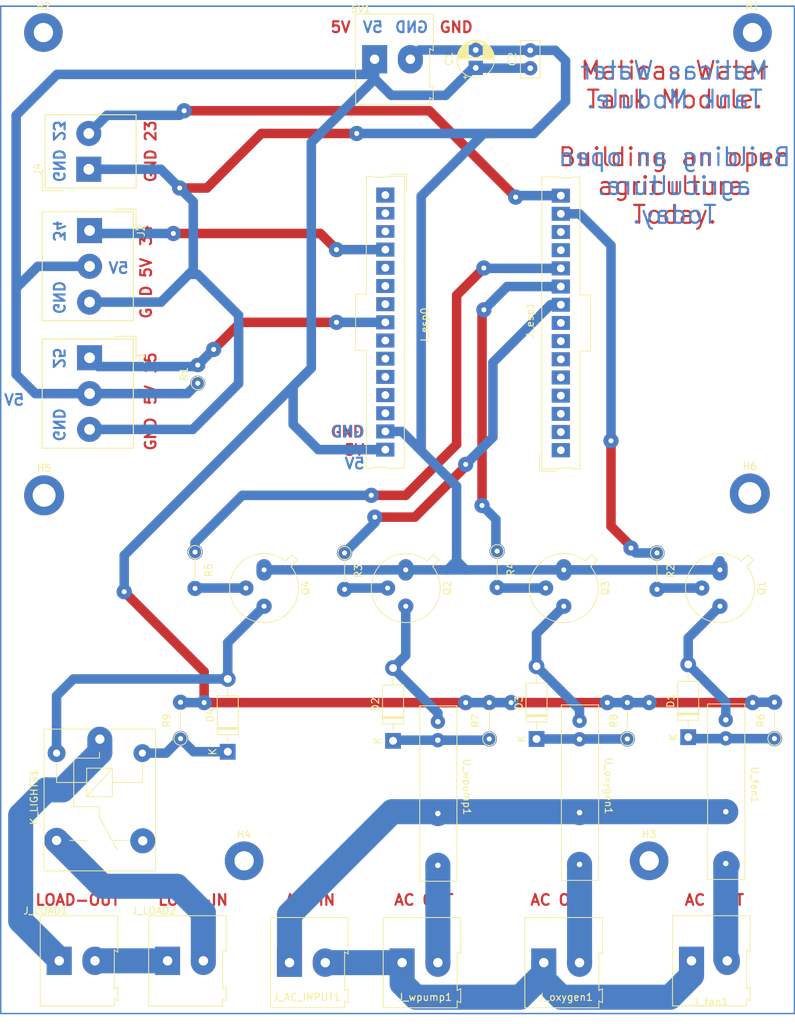
<source format=kicad_pcb>
(kicad_pcb (version 20221018) (generator pcbnew)
  (layers (0 "F.Cu" signal) (31 "B.Cu" signal) (34 "B.Paste" user) (35 "F.Paste" user) (36 "B.SilkS" user "B.Silkscreen") (37 "F.SilkS" user "F.Silkscreen") (38 "B.Mask" user) (39 "F.Mask" user) (44 "Edge.Cuts" user))
  (net 0 "")
  (net 1 "5v")
  (net 2 "GND5V")
  (net 3 "D25")
  (net 4 "D34")
  (net 5 "D33")
  (net 6 "AC1")
  (net 7 "AC2")
  (net 8 "EN")
  (net 9 "VP")
  (net 10 "VN")
  (net 11 "D35")
  (net 12 "D32")
  (net 13 "D26")
  (net 14 "D27")
  (net 15 "D14")
  (net 16 "D12")
  (net 17 "D13")
  (net 18 "3V3")
  (net 19 "GND2")
  (net 20 "D15")
  (net 21 "D2")
  (net 22 "D4")
  (net 23 "RX2")
  (net 24 "TX2")
  (net 25 "D5")
  (net 26 "D18")
  (net 27 "D19")
  (net 28 "D21")
  (net 29 "RX0")
  (net 30 "TX0")
  (net 31 "D22")
  (net 32 "D23")
  (net 33 "Net-(J_fan1-Pin_2)")
  (net 34 "LOAD IN")
  (net 35 "GND LOAD")
  (net 36 "Normally O")
  (net 37 "Net-(J_oxygen1-Pin_2)")
  (net 38 "Net-(J_wpump1-Pin_2)")
  (net 39 "Net-(Q1-B)")
  (net 40 "Net-(Q2-B)")
  (net 41 "Net-(Q3-B)")
  (net 42 "Net-(Q4-B)")
  (net 43 "Net-(D1-K)")
  (net 44 "Net-(D2-K)")
  (net 45 "Net-(D3-K)")
  (net 46 "Net-(D4-K)")
  (net 47 "Net-(D1-A)")
  (net 48 "Net-(D3-A)")
  (net 49 "Net-(D2-A)")
  (net 50 "Net-(D4-A)")
  (net 51 "Normally C")
  (footprint "Resistor_THT:R_Axial_DIN0204_L3.6mm_D1.6mm_P5.08mm_Vertical" (layer "F.Cu") (at 156.21 130.252 90)
    (fp_text reference "R6" (at 2.54 -1.92 90) (layer "F.SilkS"))
    (fp_text value "R")
    (pad "1" thru_hole circle (at 0 0 90) (size 2.125 2.125) (drill 0.7) (layers "*.Cu" "*.Mask") (net 43 "Net-(D1-K)"))
    (pad "2" thru_hole oval (at 5.08 0 90) (size 2.125 2.125) (drill 0.7) (layers "*.Cu" "*.Mask") (net 1 "5v"))
  )
  (footprint "Resistor_THT:R_Axial_DIN0204_L3.6mm_D1.6mm_P2.54mm_Vertical" (layer "F.Cu") (at 75.565 80.6075 90)
    (fp_text reference "R1" (at 1.27 -1.92 90) (layer "F.SilkS"))
    (fp_text value "4.7k")
    (pad "1" thru_hole circle (at 0 0 90) (size 2.1 2.1) (drill 0.7) (layers "*.Cu" "*.Mask") (net 1 "5v"))
    (pad "2" thru_hole oval (at 2.54 0 90) (size 2 2.125) (drill 0.7) (layers "*.Cu" "*.Mask") (net 3 "D25"))
  )
  (footprint "Diode_THT:D_DO-41_SOD81_P10.16mm_Horizontal" (layer "F.Cu") (at 102.87 130.556 90)
    (fp_text reference "D2" (at 5.08 -2.47 90) (layer "F.SilkS"))
    (fp_text value "1N4004")
    (fp_text user "K" (at 0 -2.1 90) (layer "F.SilkS"))
    (pad "1" thru_hole rect (at 0 0 90) (size 2.2 2.2) (drill 1.1) (layers "*.Cu" "*.Mask") (net 44 "Net-(D2-K)"))
    (pad "2" thru_hole oval (at 10.16 0 90) (size 2.2 2.2) (drill 1.1) (layers "*.Cu" "*.Mask") (net 49 "Net-(D2-A)"))
  )
  (footprint "Resistor_THT:R_Axial_DIN0204_L3.6mm_D1.6mm_P5.08mm_Vertical" (layer "F.Cu") (at 139.78 104.317 -90)
    (fp_text reference "R2" (at 2.54 -1.92 90) (layer "F.SilkS"))
    (fp_text value "660")
    (pad "1" thru_hole circle (at 0 0 270) (size 2.125 2.125) (drill 0.7) (layers "*.Cu" "*.Mask") (net 31 "D22"))
    (pad "2" thru_hole oval (at 5.08 0 270) (size 2.125 2.125) (drill 0.7) (layers "*.Cu" "*.Mask") (net 39 "Net-(Q1-B)"))
  )
  (footprint "TerminalBlock:TerminalBlock_Altech_AK300-2_P5.00mm" (layer "F.Cu") (at 144.606 161.29)
    (fp_text reference "J_fan1" (at 2.714 5.715) (layer "F.SilkS"))
    (fp_text value "Screw_Terminal_01x02")
    (pad "1" thru_hole rect (at 0 0) (size 3.5 3.96) (drill 1.32) (layers "*.Cu" "*.Mask") (net 7 "AC2"))
    (pad "2" thru_hole oval (at 5 0) (size 3.5 3.96) (drill 1.32) (layers "*.Cu" "*.Mask") (net 33 "Net-(J_fan1-Pin_2)"))
  )
  (footprint "TerminalBlock:TerminalBlock_Altech_AK300-2_P5.00mm" (layer "F.Cu") (at 100.293 35.352)
    (fp_text reference "5V1" (at -1.92 -6.99) (layer "F.SilkS"))
    (fp_text value "Screw_Terminal_01x02")
    (pad "1" thru_hole rect (at 0 0) (size 3.5 3.96) (drill 1.32) (layers "*.Cu" "*.Mask") (net 1 "5v"))
    (pad "2" thru_hole oval (at 5 0) (size 3.5 3.96) (drill 1.32) (layers "*.Cu" "*.Mask") (net 2 "GND5V"))
  )
  (footprint "Resistor_THT:R_Axial_DIN0204_L3.6mm_D1.6mm_P5.08mm_Vertical" (layer "F.Cu") (at 75.184 104.19 -90)
    (fp_text reference "R5" (at 2.54 -1.92 90) (layer "F.SilkS"))
    (fp_text value "660")
    (pad "1" thru_hole circle (at 0 0 270) (size 2.125 2.125) (drill 0.7) (layers "*.Cu" "*.Mask") (net 28 "D21"))
    (pad "2" thru_hole oval (at 5.08 0 270) (size 2.125 2.125) (drill 0.7) (layers "*.Cu" "*.Mask") (net 42 "Net-(Q4-B)"))
  )
  (footprint "TerminalBlock:TerminalBlock_Altech_AK300-2_P5.00mm" (layer "F.Cu") (at 71.345 161.29)
    (fp_text reference "J_LOAD2" (at -1.92 -6.99) (layer "F.SilkS"))
    (fp_text value "Screw_Terminal_01x02")
    (pad "1" thru_hole rect (at 0 0) (size 3.5 3.96) (drill 1.32) (layers "*.Cu" "*.Mask") (net 35 "GND LOAD"))
    (pad "2" thru_hole oval (at 5 0) (size 3.5 3.96) (drill 1.32) (layers "*.Cu" "*.Mask") (net 36 "Normally O"))
  )
  (footprint "MountingHole:MountingHole_3.2mm_M3_DIN965_Pad" (layer "F.Cu") (at 152.76 96.012)
    (fp_text reference "H6" (at 0 -3.8) (layer "F.SilkS"))
    (fp_text value "MountingHole")
    (pad "1" thru_hole circle (at 0 0) (size 5.6 5.6) (drill 3.2) (layers "*.Cu" "*.Mask"))
  )
  (footprint "TerminalBlock_Altech:Altech_AK300_1x03_P5.00mm_45-Degree" (layer "F.Cu") (at 60.4325 59.2775 -90)
    (fp_text reference "J2" (at 0 -7.2 90) (layer "F.SilkS"))
    (fp_text value "Screw_Terminal_01x03")
    (pad "1" thru_hole rect (at 0 0 270) (size 3.5 3.5) (drill 1.5) (layers "*.Cu" "*.Mask") (net 4 "D34"))
    (pad "2" thru_hole circle (at 5 0 270) (size 3.5 3.5) (drill 1.5) (layers "*.Cu" "*.Mask") (net 1 "5v"))
    (pad "3" thru_hole circle (at 10 0 270) (size 3.5 3.5) (drill 1.5) (layers "*.Cu" "*.Mask") (net 2 "GND5V"))
  )
  (footprint "MountingHole:MountingHole_2.7mm_M2.5_Pad" (layer "F.Cu") (at 53.975 31.623)
    (fp_text reference "H2" (at 0 -3.7) (layer "F.SilkS"))
    (fp_text value "MountingHole")
    (pad "1" thru_hole circle (at 0 0) (size 5.4 5.4) (drill 2.7) (layers "*.Cu" "*.Mask"))
  )
  (footprint "Capacitor_THT:C_Disc_D5.0mm_W2.5mm_P2.50mm" (layer "F.Cu") (at 122.057 36.602 90)
    (fp_text reference "C2" (at 1.25 -2.5 90) (layer "F.SilkS"))
    (fp_text value "C_Generic")
    (pad "1" thru_hole circle (at 0 0 90) (size 2 2) (drill 0.8) (layers "*.Cu" "*.Mask") (net 1 "5v"))
    (pad "2" thru_hole circle (at 2.5 0 90) (size 2 2) (drill 0.8) (layers "*.Cu" "*.Mask") (net 2 "GND5V"))
  )
  (footprint "TerminalBlock_Altech:Altech_AK300_1x03_P5.00mm_45-Degree" (layer "F.Cu") (at 60.4325 77.0575 -90)
    (fp_text reference "J1" (at 0 -7.2 90) (layer "F.SilkS"))
    (fp_text value "Screw_Terminal_01x03")
    (pad "1" thru_hole rect (at 0 0 270) (size 3.5 3.5) (drill 1.5) (layers "*.Cu" "*.Mask") (net 3 "D25"))
    (pad "2" thru_hole circle (at 5 0 270) (size 3.5 3.5) (drill 1.5) (layers "*.Cu" "*.Mask") (net 1 "5v"))
    (pad "3" thru_hole circle (at 10 0 270) (size 3.5 3.5) (drill 1.5) (layers "*.Cu" "*.Mask") (net 2 "GND5V"))
  )
  (footprint "TerminalBlock:TerminalBlock_Altech_AK300-2_P5.00mm" (layer "F.Cu") (at 88.392 161.544)
    (fp_text reference "J_AC_INPUT1" (at 2.413 4.826) (layer "F.SilkS"))
    (fp_text value "Screw_Terminal_01x02")
    (pad "1" thru_hole rect (at 0 0) (size 3.5 3.96) (drill 1.32) (layers "*.Cu" "*.Mask") (net 6 "AC1"))
    (pad "2" thru_hole oval (at 5 0) (size 3.5 3.96) (drill 1.32) (layers "*.Cu" "*.Mask") (net 7 "AC2"))
  )
  (footprint "TerminalBlock:TerminalBlock_Altech_AK300-2_P5.00mm" (layer "F.Cu") (at 56.185 161.29)
    (fp_text reference "J_LOAD1" (at -1.92 -6.99) (layer "F.SilkS"))
    (fp_text value "Screw_Terminal_01x02")
    (pad "1" thru_hole rect (at 0 0) (size 3.5 3.96) (drill 1.32) (layers "*.Cu" "*.Mask") (net 34 "LOAD IN"))
    (pad "2" thru_hole oval (at 5 0) (size 3.5 3.96) (drill 1.32) (layers "*.Cu" "*.Mask") (net 35 "GND LOAD"))
  )
  (footprint "esp32:Connector_Molex_Molex_SL_171971-0015_1x15_P2.54mm_Vertical_squares" (layer "F.Cu") (at 118.1855 71.722 90)
    (fp_text reference "J_esp1" (at -0.06 3.8375 90 unlocked) (layer "F.SilkS"))
    (fp_text value "Conn_01x15_Female")
    (pad "1" thru_hole rect (at -18.24 8.15 90) (size 2 2.54) (drill 1.09) (layers "*.Cu" "*.Mask") (net 18 "3V3"))
    (pad "2" thru_hole rect (at -15.7 8.15 90) (size 1.95 2.54) (drill 1.09) (layers "*.Cu" "*.Mask") (net 19 "GND2"))
    (pad "3" thru_hole rect (at -13.16 8.15 90) (size 1.95 2.54) (drill 1.09) (layers "*.Cu" "*.Mask") (net 20 "D15"))
    (pad "4" thru_hole rect (at -10.62 8.15 90) (size 1.95 2.54) (drill 1.09) (layers "*.Cu" "*.Mask") (net 21 "D2"))
    (pad "5" thru_hole rect (at -8.08 8.15 90) (size 1.95 2.54) (drill 1.09) (layers "*.Cu" "*.Mask") (net 22 "D4"))
    (pad "6" thru_hole rect (at -5.54 8.15 90) (size 1.95 2.54) (drill 1.09) (layers "*.Cu" "*.Mask") (net 23 "RX2"))
    (pad "7" thru_hole rect (at -3 8.15 90) (size 1.95 2.54) (drill 1.09) (layers "*.Cu" "*.Mask") (net 24 "TX2"))
    (pad "8" thru_hole rect (at -0.46 8.15 90) (size 1.95 2.54) (drill 1.09) (layers "*.Cu" "*.Mask") (net 25 "D5"))
    (pad "9" thru_hole rect (at 2.08 8.15 90) (size 1.95 2.54) (drill 1.09) (layers "*.Cu" "*.Mask") (net 26 "D18"))
    (pad "10" thru_hole rect (at 4.62 8.15 90) (size 1.95 2.54) (drill 1.09) (layers "*.Cu" "*.Mask") (net 27 "D19"))
    (pad "11" thru_hole rect (at 7.16 8.15 90) (size 1.95 2.54) (drill 1.09) (layers "*.Cu" "*.Mask") (net 28 "D21"))
    (pad "12" thru_hole rect (at 9.7 8.15 90) (size 1.95 2.54) (drill 1.09) (layers "*.Cu" "*.Mask") (net 29 "RX0"))
    (pad "13" thru_hole rect (at 12.24 8.15 90) (size 1.95 2.54) (drill 1.09) (layers "*.Cu" "*.Mask") (net 30 "TX0"))
    (pad "14" thru_hole rect (at 14.78 8.15 90) (size 1.95 2.54) (drill 1.09) (layers "*.Cu" "*.Mask") (net 31 "D22"))
    (pad "15" thru_hole rect (at 17.32 8.15 90) (size 1.95 2.54) (drill 1.09) (layers "*.Cu" "*.Mask") (net 32 "D23"))
  )
  (footprint "Package_TO_SOT_THT:TO-39-3" (layer "F.Cu") (at 104.648 106.68 -90)
    (fp_text reference "Q2" (at 2.54 -5.82 90) (layer "F.SilkS"))
    (fp_text value "2N2219")
    (pad "1" thru_hole oval (at 0 0 270) (size 3 2.125) (drill 0.7) (layers "*.Cu" "*.Mask") (net 2 "GND5V"))
    (pad "2" thru_hole oval (at 2.54 2.54 270) (size 2.125 2.125) (drill 0.7) (layers "*.Cu" "*.Mask") (net 40 "Net-(Q2-B)"))
    (pad "3" thru_hole oval (at 5.08 0 270) (size 2.125 2.125) (drill 0.7) (layers "*.Cu" "*.Mask") (net 49 "Net-(D2-A)"))
  )
  (footprint "TerminalBlock_Altech:Altech_AK300_1x02_P5.00mm_45-Degree" (layer "F.Cu") (at 60.325 50.72 90)
    (fp_text reference "J4" (at 0 -7.2 90) (layer "F.SilkS"))
    (fp_text value "Screw_Terminal_01x02")
    (pad "1" thru_hole rect (at 0 0 90) (size 3.5 3.5) (drill 1.5) (layers "*.Cu" "*.Mask") (net 2 "GND5V"))
    (pad "2" thru_hole circle (at 5 0 90) (size 3.5 3.5) (drill 1.5) (layers "*.Cu" "*.Mask") (net 32 "D23"))
  )
  (footprint "Diode_THT:D_DO-41_SOD81_P10.16mm_Horizontal" (layer "F.Cu") (at 122.936 130.302 90)
    (fp_text reference "D3" (at 5.08 -2.47 90) (layer "F.SilkS"))
    (fp_text value "1N4004")
    (fp_text user "K" (at 0 -2.1 90) (layer "F.SilkS"))
    (pad "1" thru_hole rect (at 0 0 90) (size 2.2 2.2) (drill 1.1) (layers "*.Cu" "*.Mask") (net 45 "Net-(D3-K)"))
    (pad "2" thru_hole oval (at 10.16 0 90) (size 2.2 2.2) (drill 1.1) (layers "*.Cu" "*.Mask") (net 48 "Net-(D3-A)"))
  )
  (footprint "esp32:Connector_Molex_Molex_SL_171971-0015_1x15_P2.54mm_Vertical_squares" (layer "F.Cu") (at 109.945 72.563 -90)
    (fp_text reference "J_esp0" (at 0 2.6675 90 unlocked) (layer "F.SilkS"))
    (fp_text value "Conn_01x15_Female")
    (pad "1" thru_hole rect (at -18.24 8.15 270) (size 2.1 2.54) (drill 1.09) (layers "*.Cu" "*.Mask") (net 8 "EN"))
    (pad "2" thru_hole rect (at -15.7 8.15 270) (size 1.74 2.54) (drill 1.09) (layers "*.Cu" "*.Mask") (net 9 "VP"))
    (pad "3" thru_hole rect (at -13.16 8.15 270) (size 1.74 2.54) (drill 1.09) (layers "*.Cu" "*.Mask") (net 10 "VN"))
    (pad "4" thru_hole rect (at -10.62 8.15 270) (size 1.95 2.54) (drill 1.09) (layers "*.Cu" "*.Mask") (net 4 "D34"))
    (pad "5" thru_hole rect (at -8.08 8.15 270) (size 1.95 2.54) (drill 1.09) (layers "*.Cu" "*.Mask") (net 11 "D35"))
    (pad "6" thru_hole rect (at -5.54 8.15 270) (size 1.95 2.54) (drill 1.09) (layers "*.Cu" "*.Mask") (net 12 "D32"))
    (pad "7" thru_hole rect (at -3 8.15 270) (size 1.95 2.54) (drill 1.09) (layers "*.Cu" "*.Mask") (net 5 "D33"))
    (pad "8" thru_hole rect (at -0.46 8.15 270) (size 1.95 2.54) (drill 1.09) (layers "*.Cu" "*.Mask") (net 3 "D25"))
    (pad "9" thru_hole rect (at 2.08 8.15 270) (size 1.95 2.54) (drill 1.09) (layers "*.Cu" "*.Mask") (net 13 "D26"))
    (pad "10" thru_hole rect (at 4.62 8.15 270) (size 1.95 2.54) (drill 1.09) (layers "*.Cu" "*.Mask") (net 14 "D27"))
    (pad "11" thru_hole rect (at 7.16 8.15 270) (size 1.95 2.54) (drill 1.09) (layers "*.Cu" "*.Mask") (net 15 "D14"))
    (pad "12" thru_hole rect (at 9.7 8.15 270) (size 1.95 2.54) (drill 1.09) (layers "*.Cu" "*.Mask") (net 16 "D12"))
    (pad "13" thru_hole rect (at 12.24 8.15 270) (size 1.95 2.54) (drill 1.09) (layers "*.Cu" "*.Mask") (net 17 "D13"))
    (pad "14" thru_hole rect (at 14.78 8.15 270) (size 1.95 2.54) (drill 1.09) (layers "*.Cu" "*.Mask") (net 2 "GND5V"))
    (pad "15" thru_hole rect (at 17.32 8.15 270) (size 1.95 2.54) (drill 1.09) (layers "*.Cu" "*.Mask") (net 1 "5v"))
  )
  (footprint "smart_sensor:G3MB-202P" (layer "F.Cu") (at 109.013 136.9695 -90)
    (fp_text reference "U_wpump1" (at 0 -4.191 -90 unlocked) (layer "F.SilkS"))
    (fp_text value "34.81-8240")
    (pad "11" thru_hole circle (at 3.7465 -0.127 270) (size 3.5 3.5) (drill 0.762) (layers "*.Cu" "*.Mask") (net 6 "AC1"))
    (pad "14" thru_hole circle (at 10.9855 -0.127 270) (size 3.5 3.5) (drill 0.762) (layers "*.Cu" "*.Mask") (net 38 "Net-(J_wpump1-Pin_2)"))
    (pad "A1" thru_hole circle (at -6.4995 -0.127 270) (size 2 2) (drill 0.762) (layers "*.Cu" "*.Mask") (net 44 "Net-(D2-K)"))
    (pad "A2" thru_hole circle (at -9.0805 -0.127 270) (size 2 2) (drill 0.762) (layers "*.Cu" "*.Mask") (net 49 "Net-(D2-A)"))
  )
  (footprint "Resistor_THT:R_Axial_DIN0204_L3.6mm_D1.6mm_P5.08mm_Vertical" (layer "F.Cu") (at 96.092 104.317 -90)
    (fp_text reference "R3" (at 2.54 -1.92 90) (layer "F.SilkS"))
    (fp_text value "660")
    (pad "1" thru_hole circle (at 0 0 270) (size 2.125 2.125) (drill 0.7) (layers "*.Cu" "*.Mask") (net 26 "D18"))
    (pad "2" thru_hole oval (at 5.08 0 270) (size 2.125 2.125) (drill 0.7) (layers "*.Cu" "*.Mask") (net 40 "Net-(Q2-B)"))
  )
  (footprint "TerminalBlock:TerminalBlock_Altech_AK300-2_P5.00mm" (layer "F.Cu") (at 123.952 161.544)
    (fp_text reference "J_oxygen1" (at 3.048 4.826) (layer "F.SilkS"))
    (fp_text value "Screw_Terminal_01x02")
    (pad "1" thru_hole rect (at 0 0) (size 3.5 3.96) (drill 1.32) (layers "*.Cu" "*.Mask") (net 7 "AC2"))
    (pad "2" thru_hole oval (at 5 0) (size 3.5 3.96) (drill 1.32) (layers "*.Cu" "*.Mask") (net 37 "Net-(J_oxygen1-Pin_2)"))
  )
  (footprint "MountingHole:MountingHole_2.7mm_M2.5_Pad" (layer "F.Cu") (at 153.135 31.623)
    (fp_text reference "H1" (at 0 -3.7) (layer "F.SilkS"))
    (fp_text value "MountingHole")
    (pad "1" thru_hole circle (at 0 0) (size 5.4 5.4) (drill 2.7) (layers "*.Cu" "*.Mask"))
  )
  (footprint "Package_TO_SOT_THT:TO-39-3" (layer "F.Cu") (at 148.59 106.68 -90)
    (fp_text reference "Q1" (at 2.54 -5.82 90) (layer "F.SilkS"))
    (fp_text value "2N2219")
    (pad "1" thru_hole oval (at 0 0 270) (size 3 2.125) (drill 0.7) (layers "*.Cu" "*.Mask") (net 2 "GND5V"))
    (pad "2" thru_hole oval (at 2.54 2.54 270) (size 2.125 2.125) (drill 0.7) (layers "*.Cu" "*.Mask") (net 39 "Net-(Q1-B)"))
    (pad "3" thru_hole oval (at 5.08 0 270) (size 2.125 2.125) (drill 0.7) (layers "*.Cu" "*.Mask") (net 47 "Net-(D1-A)"))
  )
  (footprint "Diode_THT:D_DO-41_SOD81_P10.16mm_Horizontal" (layer "F.Cu") (at 79.756 132.08 90)
    (fp_text reference "D4" (at 5.08 -2.47 90) (layer "F.SilkS"))
    (fp_text value "1N4004")
    (fp_text user "K" (at 0 -2.1 90) (layer "F.SilkS"))
    (pad "1" thru_hole rect (at 0 0 90) (size 2.2 2.2) (drill 1.1) (layers "*.Cu" "*.Mask") (net 46 "Net-(D4-K)"))
    (pad "2" thru_hole oval (at 10.16 0 90) (size 2.2 2.2) (drill 1.1) (layers "*.Cu" "*.Mask") (net 50 "Net-(D4-A)"))
  )
  (footprint "Diode_THT:D_DO-41_SOD81_P10.16mm_Horizontal" (layer "F.Cu") (at 144.149 130.048 90)
    (fp_text reference "D1" (at 5.08 -2.47 90) (layer "F.SilkS"))
    (fp_text value "1N4004")
    (fp_text user "K" (at 0 -2.1 90) (layer "F.SilkS"))
    (pad "1" thru_hole rect (at 0 0 90) (size 2.2 2.2) (drill 1.1) (layers "*.Cu" "*.Mask") (net 43 "Net-(D1-K)"))
    (pad "2" thru_hole oval (at 10.16 0 90) (size 2.2 2.2) (drill 1.1) (layers "*.Cu" "*.Mask") (net 47 "Net-(D1-A)"))
  )
  (footprint "MountingHole:MountingHole_2.7mm_M2.5_Pad" (layer "F.Cu") (at 138.684 147.32)
    (fp_text reference "H3" (at 0 -3.7) (layer "F.SilkS"))
    (fp_text value "MountingHole")
    (pad "1" thru_hole circle (at 0 0) (size 5.4 5.4) (drill 2.7) (layers "*.Cu" "*.Mask"))
  )
  (footprint "Relay_THT:Relay_SPDT_SANYOU_SRD_Series_Form_C" (layer "F.Cu") (at 61.869 130.326 -90)
    (fp_text reference "K_LIGHTS1" (at 8.1 9.2 90) (layer "F.SilkS"))
    (fp_text value "SANYOU_SRD_Form_C")
    (pad "1" thru_hole circle (at 0 0) (size 3 3) (drill 1.3) (layers "*.Cu" "*.Mask") (net 34 "LOAD IN"))
    (pad "2" thru_hole circle (at 1.95 6.05) (size 2.5 2.5) (drill 1) (layers "*.Cu" "*.Mask") (net 50 "Net-(D4-A)"))
    (pad "3" thru_hole circle (at 14.15 6.05) (size 3.5 3.5) (drill 1.3) (layers "*.Cu" "*.Mask") (net 36 "Normally O"))
    (pad "4" thru_hole circle (at 14.2 -6) (size 3.5 3.5) (drill 1.3) (layers "*.Cu" "*.Mask") (net 51 "Normally C"))
    (pad "5" thru_hole circle (at 1.95 -5.95) (size 2.5 2.5) (drill 1) (layers "*.Cu" "*.Mask") (net 46 "Net-(D4-K)"))
  )
  (footprint "TerminalBlock:TerminalBlock_Altech_AK300-2_P5.00mm" (layer "F.Cu") (at 104.14 161.544)
    (fp_text reference "J_wpump1" (at 3.175 4.826) (layer "F.SilkS"))
    (fp_text value "Screw_Terminal_01x02")
    (pad "1" thru_hole rect (at 0 0) (size 3.5 3.96) (drill 1.32) (layers "*.Cu" "*.Mask") (net 7 "AC2"))
    (pad "2" thru_hole oval (at 5 0) (size 3.5 3.96) (drill 1.32) (layers "*.Cu" "*.Mask") (net 38 "Net-(J_wpump1-Pin_2)"))
  )
  (footprint "Capacitor_THT:CP_Radial_D5.0mm_P2.50mm" (layer "F.Cu") (at 114.437 36.557113 90)
    (fp_text reference "C1" (at 1.25 -3.75 90) (layer "F.SilkS"))
    (fp_text value "C_Polarized")
    (pad "1" thru_hole rect (at 0 0 90) (size 2 2) (drill 0.8) (layers "*.Cu" "*.Mask") (net 1 "5v"))
    (pad "2" thru_hole circle (at 2.5 0 90) (size 2 2) (drill 0.8) (layers "*.Cu" "*.Mask") (net 2 "GND5V"))
  )
  (footprint "Package_TO_SOT_THT:TO-39-3" (layer "F.Cu") (at 126.746 106.68 -90)
    (fp_text reference "Q3" (at 2.54 -5.82 90) (layer "F.SilkS"))
    (fp_text value "2N2219")
    (pad "1" thru_hole oval (at 0 0 270) (size 3 2.125) (drill 0.7) (layers "*.Cu" "*.Mask") (net 2 "GND5V"))
    (pad "2" thru_hole oval (at 2.54 2.54 270) (size 2.125 2.125) (drill 0.7) (layers "*.Cu" "*.Mask") (net 41 "Net-(Q3-B)"))
    (pad "3" thru_hole oval (at 5.08 0 270) (size 2.125 2.125) (drill 0.7) (layers "*.Cu" "*.Mask") (net 48 "Net-(D3-A)"))
  )
  (footprint "MountingHole:MountingHole_2.7mm_M2.5_Pad" (layer "F.Cu") (at 82.042 147.32)
    (fp_text reference "H4" (at 0 -3.7) (layer "F.SilkS"))
    (fp_text value "MountingHole")
    (pad "1" thru_hole circle (at 0 0) (size 5.4 5.4) (drill 2.7) (layers "*.Cu" "*.Mask"))
  )
  (footprint "Resistor_THT:R_Axial_DIN0204_L3.6mm_D1.6mm_P5.08mm_Vertical" (layer "F.Cu") (at 116.332 130.29575 90)
    (fp_text reference "R7" (at 2.54 -1.92 90) (layer "F.SilkS"))
    (fp_text value "R")
    (pad "1" thru_hole circle (at 0 0 90) (size 2.125 2.125) (drill 0.7) (layers "*.Cu" "*.Mask") (net 44 "Net-(D2-K)"))
    (pad "2" thru_hole oval (at 5.08 0 90) (size 2.125 2.125) (drill 0.7) (layers "*.Cu" "*.Mask") (net 1 "5v"))
  )
  (footprint "smart_sensor:G3MB-202P" (layer "F.Cu") (at 128.825 136.8425 -90)
    (fp_text reference "U_oxygen1" (at 0 -4.191 -90 unlocked) (layer "F.SilkS"))
    (fp_text value "34.81-8240")
    (pad "11" thru_hole circle (at 3.7465 -0.127 270) (size 3.5 3.5) (drill 0.762) (layers "*.Cu" "*.Mask") (net 6 "AC1"))
    (pad "14" thru_hole circle (at 10.9855 -0.127 270) (size 3.5 3.5) (drill 0.762) (layers "*.Cu" "*.Mask") (net 37 "Net-(J_oxygen1-Pin_2)"))
    (pad "A1" thru_hole circle (at -6.4995 -0.127 270) (size 2 2) (drill 0.762) (layers "*.Cu" "*.Mask") (net 45 "Net-(D3-K)"))
    (pad "A2" thru_hole circle (at -9.0805 -0.127 270) (size 2 2) (drill 0.762) (layers "*.Cu" "*.Mask") (net 48 "Net-(D3-A)"))
  )
  (footprint "Resistor_THT:R_Axial_DIN0204_L3.6mm_D1.6mm_P5.08mm_Vertical" (layer "F.Cu") (at 117.428 104.063 -90)
    (fp_text reference "R4" (at 2.54 -1.92 90) (layer "F.SilkS"))
    (fp_text value "660")
    (pad "1" thru_hole circle (at 0 0 270) (size 2.125 2.125) (drill 0.7) (layers "*.Cu" "*.Mask") (net 27 "D19"))
    (pad "2" thru_hole oval (at 5.08 0 270) (size 2.125 2.125) (drill 0.7) (layers "*.Cu" "*.Mask") (net 41 "Net-(Q3-B)"))
  )
  (footprint "Resistor_THT:R_Axial_DIN0204_L3.6mm_D1.6mm_P5.08mm_Vertical" (layer "F.Cu") (at 73.152 130.252 90)
    (fp_text reference "R9" (at 2.54 -1.92 90) (layer "F.SilkS"))
    (fp_text value "R")
    (pad "1" thru_hole circle (at 0 0 90) (size 2.125 2.125) (drill 0.7) (layers "*.Cu" "*.Mask") (net 46 "Net-(D4-K)"))
    (pad "2" thru_hole oval (at 5.08 0 90) (size 2.125 2.125) (drill 0.7) (layers "*.Cu" "*.Mask") (net 1 "5v"))
  )
  (footprint "Package_TO_SOT_THT:TO-39-3" (layer "F.Cu") (at 84.836 106.68 -90)
    (fp_text reference "Q4" (at 2.54 -5.82 90) (layer "F.SilkS"))
    (fp_text value "2N2219")
    (pad "1" thru_hole oval (at 0 0 270) (size 3 2.125) (drill 0.7) (layers "*.Cu" "*.Mask") (net 2 "GND5V"))
    (pad "2" thru_hole oval (at 2.54 2.54 270) (size 2.125 2.125) (drill 0.7) (layers "*.Cu" "*.Mask") (net 42 "Net-(Q4-B)"))
    (pad "3" thru_hole oval (at 5.08 0 270) (size 2.125 2.125) (drill 0.7) (layers "*.Cu" "*.Mask") (net 50 "Net-(D4-A)"))
  )
  (footprint "MountingHole:MountingHole_3.2mm_M3_DIN965_Pad" (layer "F.Cu") (at 54.075 96.266)
    (fp_text reference "H5" (at 0 -3.8) (layer "F.SilkS"))
    (fp_text value "MountingHole")
    (pad "1" thru_hole circle (at 0 0) (size 5.6 5.6) (drill 3.2) (layers "*.Cu" "*.Mask"))
  )
  (footprint "smart_sensor:G3MB-202P" (layer "F.Cu") (at 149.276 136.7155 -90)
    (fp_text reference "U_fan1" (at 0 -4.191 -90 unlocked) (layer "F.SilkS"))
    (fp_text value "34.81-8240")
    (pad "11" thru_hole circle (at 3.7465 -0.127 270) (size 3.5 3.5) (drill 0.762) (layers "*.Cu" "*.Mask") (net 6 "AC1"))
    (pad "14" thru_hole circle (at 10.9855 -0.127 270) (size 3.5 3.5) (drill 0.762) (layers "*.Cu" "*.Mask") (net 33 "Net-(J_fan1-Pin_2)"))
    (pad "A1" thru_hole circle (at -6.4995 -0.127 270) (size 2 2) (drill 0.762) (layers "*.Cu" "*.Mask") (net 43 "Net-(D1-K)"))
    (pad "A2" thru_hole circle (at -9.0805 -0.127 270) (size 2 2) (drill 0.762) (layers "*.Cu" "*.Mask") (net 47 "Net-(D1-A)"))
  )
  (footprint "Resistor_THT:R_Axial_DIN0204_L3.6mm_D1.6mm_P5.08mm_Vertical" (layer "F.Cu") (at 135.636 130.29575 90)
    (fp_text reference "R8" (at 2.54 -1.92 90) (layer "F.SilkS"))
    (fp_text value "R")
    (pad "1" thru_hole circle (at 0 0 90) (size 2.125 2.125) (drill 0.7) (layers "*.Cu" "*.Mask") (net 45 "Net-(D3-K)"))
    (pad "2" thru_hole oval (at 5.08 0 90) (size 2.125 2.125) (drill 0.7) (layers "*.Cu" "*.Mask") (net 1 "5v"))
  )
  (gr_rect (start 48.006 27.94) (end 159.004 168.656) (stroke (width 0.2)) (fill none) (layer "B.Cu"))
  (gr_text "34" (at 69.215 61.595 90) (layer "F.Cu") (effects (font (size 1.5 1.5) (thickness 0.3) bold) (justify left bottom)))
  (gr_text "Maticas Water\nTank Module.\n\nBuilding an open\nagriculture.\nToday." (at 142.24 46.99) (layer "F.Cu") (effects (font (size 2.5 2.5) (thickness 0.3) bold)))
  (gr_text "5V" (at 95.885 90.805) (layer "F.Cu") (effects (font (size 1.5 1.5) (thickness 0.3) bold) (justify left bottom)))
  (gr_text "AC OUT" (at 143.51 153.67) (layer "F.Cu") (effects (font (size 1.5 1.5) (thickness 0.3) bold) (justify left bottom)))
  (gr_text "5V" (at 93.98 31.75) (layer "F.Cu") (effects (font (size 1.5 1.5) (thickness 0.3) bold) (justify left bottom)))
  (gr_text "23" (at 69.85 46.99 90) (layer "F.Cu") (effects (font (size 1.5 1.5) (thickness 0.3) bold) (justify left bottom)))
  (gr_text "AC-IN" (at 87.63 153.67) (layer "F.Cu") (effects (font (size 1.5 1.5) (thickness 0.3) bold) (justify left bottom)))
  (gr_text "GND" (at 109.22 31.75) (layer "F.Cu") (effects (font (size 1.5 1.5) (thickness 0.3) bold) (justify left bottom)))
  (gr_text "AC OUT" (at 121.92 153.67) (layer "F.Cu") (effects (font (size 1.5 1.5) (thickness 0.3) bold) (justify left bottom)))
  (gr_text "GND" (at 69.85 52.705 90) (layer "F.Cu") (effects (font (size 1.5 1.5) (thickness 0.3) bold) (justify left bottom)))
  (gr_text "5V" (at 69.85 83.82 90) (layer "F.Cu") (effects (font (size 1.5 1.5) (thickness 0.3) bold) (justify left bottom)))
  (gr_text "5V" (at 69.215 66.04 90) (layer "F.Cu") (effects (font (size 1.5 1.5) (thickness 0.3) bold) (justify left bottom)))
  (gr_text "LOAD-IN" (at 69.85 153.67) (layer "F.Cu") (effects (font (size 1.5 1.5) (thickness 0.3) bold) (justify left bottom)))
  (gr_text "GND" (at 93.98 88.265) (layer "F.Cu") (effects (font (size 1.5 1.5) (thickness 0.3) bold) (justify left bottom)))
  (gr_text "AC OUT" (at 102.87 153.67) (layer "F.Cu") (effects (font (size 1.5 1.5) (thickness 0.3) bold) (justify left bottom)))
  (gr_text "LOAD-OUT" (at 52.705 153.67) (layer "F.Cu") (effects (font (size 1.5 1.5) (thickness 0.3) bold) (justify left bottom)))
  (gr_text "25" (at 69.85 79.375 90) (layer "F.Cu") (effects (font (size 1.5 1.5) (thickness 0.3) bold) (justify left bottom)))
  (gr_text "GND" (at 69.85 90.17 90) (layer "F.Cu") (effects (font (size 1.5 1.5) (thickness 0.3) bold) (justify left bottom)))
  (gr_text "GND" (at 69.215 71.755 90) (layer "F.Cu") (effects (font (size 1.5 1.5) (thickness 0.3) bold) (justify left bottom)))
  (gr_text "Maticas Water\nTank Module.\n\nBuilding an open\nagriculture.\nToday." (at 142.24 46.99) (layer "B.Cu") (effects (font (size 2.5 2.5) (thickness 0.3) bold) (justify mirror)))
  (gr_text "5V" (at 99.06 92.71) (layer "B.Cu") (effects (font (size 1.5 1.5) (thickness 0.3) bold) (justify left bottom mirror)))
  (gr_text "GND" (at 55.245 71.12 -90) (layer "B.Cu") (effects (font (size 1.5 1.5) (thickness 0.3) bold) (justify left bottom mirror)))
  (gr_text "GND" (at 107.95 31.75) (layer "B.Cu") (effects (font (size 1.5 1.5) (thickness 0.3) bold) (justify left bottom mirror)))
  (gr_text "25" (at 55.245 78.74 -90) (layer "B.Cu") (effects (font (size 1.5 1.5) (thickness 0.3) bold) (justify left bottom mirror)))
  (gr_text "5V" (at 51.435 83.82) (layer "B.Cu") (effects (font (size 1.5 1.5) (thickness 0.3) bold) (justify left bottom mirror)))
  (gr_text "GND" (at 55.245 88.9 -90) (layer "B.Cu") (effects (font (size 1.5 1.5) (thickness 0.3) bold) (justify left bottom mirror)))
  (gr_text "34" (at 55.245 60.96 -90) (layer "B.Cu") (effects (font (size 1.5 1.5) (thickness 0.3) bold) (justify left bottom mirror)))
  (gr_text "GND" (at 55.245 52.705 -90) (layer "B.Cu") (effects (font (size 1.5 1.5) (thickness 0.3) bold) (justify left bottom mirror)))
  (gr_text "5V" (at 101.6 31.75) (layer "B.Cu") (effects (font (size 1.5 1.5) (thickness 0.3) bold) (justify left bottom mirror)))
  (gr_text "5V" (at 66.04 65.405) (layer "B.Cu") (effects (font (size 1.5 1.5) (thickness 0.3) bold) (justify left bottom mirror)))
  (gr_text "23" (at 55.245 46.99 -90) (layer "B.Cu") (effects (font (size 1.5 1.5) (thickness 0.3) bold) (justify left bottom mirror)))
  (gr_text "GND" (at 99.06 88.265) (layer "B.Cu") (effects (font (size 1.5 1.5) (thickness 0.3) bold) (justify left bottom mirror)))
  (segment (start 132.842 125.222) (end 119.38 125.222) (width 1.33) (layer "F.Cu") (net 1))
  (segment (start 65.278 109.728) (end 76.454 120.904) (width 1.33) (layer "F.Cu") (net 1))
  (segment (start 153.162 125.222) (end 138.684 125.222) (width 1.33) (layer "F.Cu") (net 1))
  (segment (start 76.454 120.904) (end 76.454 125.222) (width 1.33) (layer "F.Cu") (net 1))
  (segment (start 113.03 125.222) (end 76.454 125.222) (width 1.33) (layer "F.Cu") (net 1))
  (via (at 119.38 125.222) (size 2.125) (drill 0.7) (layers "F.Cu" "B.Cu") (net 1))
  (via (at 138.684 125.222) (size 2.125) (drill 0.7) (layers "F.Cu" "B.Cu") (net 1))
  (via (at 65.278 109.728) (size 2.125) (drill 0.7) (layers "F.Cu" "B.Cu") (net 1))
  (via (at 132.842 125.222) (size 2.125) (drill 0.7) (layers "F.Cu" "B.Cu") (net 1))
  (via (at 76.454 125.222) (size 2.125) (drill 0.7) (layers "F.Cu" "B.Cu") (net 1))
  (via (at 113.03 125.222) (size 2.125) (drill 0.7) (layers "F.Cu" "B.Cu") (net 1))
  (via (at 153.162 125.222) (size 2.125) (drill 0.7) (layers "F.Cu" "B.Cu") (net 1))
  (segment (start 53.1975 64.2775) (end 60.4325 64.2775) (width 1.33) (layer "B.Cu") (net 1))
  (segment (start 114.064887 36.557113) (end 110.236 40.386) (width 1.33) (layer "B.Cu") (net 1))
  (segment (start 60.575 81.915) (end 60.4325 82.0575) (width 1.33) (layer "B.Cu") (net 1))
  (segment (start 50.165 67.31) (end 53.1975 64.2775) (width 1.33) (layer "B.Cu") (net 1))
  (segment (start 88.9 81.026) (end 88.9 86.36) (width 1.33) (layer "B.Cu") (net 1))
  (segment (start 50.165 79.375) (end 50.165 67.31) (width 1.33) (layer "B.Cu") (net 1))
  (segment (start 133.096 125.222) (end 138.684 125.222) (width 1.33) (layer "B.Cu") (net 1))
  (segment (start 110.236 40.386) (end 102.616 40.386) (width 1.33) (layer "B.Cu") (net 1))
  (segment (start 74.115 82.0575) (end 75.565 80.6075) (width 1.33) (layer "B.Cu") (net 1))
  (segment (start 91.44 78.486) (end 88.9 81.026) (width 1.33) (layer "B.Cu") (net 1))
  (segment (start 60.4325 82.0575) (end 52.8475 82.0575) (width 1.33) (layer "B.Cu") (net 1))
  (segment (start 153.212 125.172) (end 153.162 125.222) (width 1.33) (layer "B.Cu") (net 1))
  (segment (start 102.616 40.386) (end 100.293 38.063) (width 1.33) (layer "B.Cu") (net 1))
  (segment (start 114.481887 36.602) (end 114.437 36.557113) (width 1.33) (layer "B.Cu") (net 1))
  (segment (start 119.38 125.222) (end 119.33 125.172) (width 1.33) (layer "B.Cu") (net 1))
  (segment (start 55.88 37.465) (end 99.621 37.465) (width 1.33) (layer "B.Cu") (net 1))
  (segment (start 52.8475 82.0575) (end 50.165 79.375) (width 1.33) (layer "B.Cu") (net 1))
  (segment (start 76.454 125.222) (end 73.202 125.222) (width 1.33) (layer "B.Cu") (net 1))
  (segment (start 73.202 125.222) (end 73.152 125.172) (width 1.33) (layer "B.Cu") (net 1))
  (segment (start 65.278 109.728) (end 65.278 104.648) (width 1.33) (layer "B.Cu") (net 1))
  (segment (start 119.38 125.222) (end 113.03 125.222) (width 1.33) (layer "B.Cu") (net 1))
  (segment (start 122.285 36.83) (end 122.057 36.602) (width 1.33) (layer "B.Cu") (net 1))
  (segment (start 156.21 125.172) (end 153.212 125.172) (width 1.33) (layer "B.Cu") (net 1))
  (segment (start 99.621 37.465) (end 100.293 38.137) (width 1.33) (layer "B.Cu") (net 1))
  (segment (start 100.293 38.137) (end 100.293 35.352) (width 1.33) (layer "B.Cu") (net 1))
  (segment (start 88.9 86.36) (end 92.423 89.883) (width 1.33) (layer "B.Cu") (net 1))
  (segment (start 92.423 89.883) (end 101.795 89.883) (width 1.33) (layer "B.Cu") (net 1))
  (segment (start 50.165 43.18) (end 55.88 37.465) (width 1.33) (layer "B.Cu") (net 1))
  (segment (start 114.437 36.557113) (end 114.064887 36.557113) (width 1.33) (layer "B.Cu") (net 1))
  (segment (start 60.4325 82.0575) (end 74.115 82.0575) (width 1.33) (layer "B.Cu") (net 1))
  (segment (start 133.146 125.172) (end 133.096 125.222) (width 1.33) (layer "B.Cu") (net 1))
  (segment (start 91.44 46.99) (end 100.293 38.137) (width 1.33) (layer "B.Cu") (net 1))
  (segment (start 122.057 36.602) (end 114.481887 36.602) (width 1.33) (layer "B.Cu") (net 1))
  (segment (start 65.278 104.648) (end 91.44 78.486) (width 1.33) (layer "B.Cu") (net 1))
  (segment (start 100.293 38.063) (end 100.293 35.352) (width 1.33) (layer "B.Cu") (net 1))
  (segment (start 50.165 67.31) (end 50.165 43.18) (width 1.33) (layer "B.Cu") (net 1))
  (segment (start 91.44 78.486) (end 91.44 46.99) (width 1.33) (layer "B.Cu") (net 1))
  (segment (start 76.835 53.34) (end 73.025 53.34) (width 1.33) (layer "F.Cu") (net 2))
  (segment (start 97.79 45.72) (end 84.455 45.72) (width 1.33) (layer "F.Cu") (net 2))
  (segment (start 84.455 45.72) (end 76.835 53.34) (width 1.33) (layer "F.Cu") (net 2))
  (via (at 73.025 53.34) (size 2.125) (drill 0.7) (layers "F.Cu" "B.Cu") (net 2))
  (via (at 97.79 45.72) (size 2.125) (drill 0.7) (layers "F.Cu" "B.Cu") (net 2))
  (segment (start 110.49 106.68) (end 84.836 106.68) (width 1.33) (layer "B.Cu") (net 2))
  (segment (start 106.807 90.043) (end 106.807 54.483) (width 1.33) (layer "B.Cu") (net 2))
  (segment (start 106.807 54.483) (end 115.57 45.72) (width 1.33) (layer "B.Cu") (net 2))
  (segment (start 114.481887 34.102) (end 114.437 34.057113) (width 1.33) (layer "B.Cu") (net 2))
  (segment (start 113.03 106.68) (end 110.49 106.68) (width 1.33) (layer "B.Cu") (net 2))
  (segment (start 122.057 34.102) (end 114.481887 34.102) (width 1.33) (layer "B.Cu") (net 2))
  (segment (start 74.93 64.77) (end 74.93 55.245) (width 1.33) (layer "B.Cu") (net 2))
  (segment (start 60.4325 87.0575) (end 74.8675 87.0575) (width 1.33) (layer "B.Cu") (net 2))
  (segment (start 70.405 50.72) (end 60.325 50.72) (width 1.33) (layer "B.Cu") (net 2))
  (segment (start 75.565 65.405) (end 74.295 65.405) (width 1.33) (layer "B.Cu") (net 2))
  (segment (start 81.28 71.12) (end 75.565 65.405) (width 1.33) (layer "B.Cu") (net 2))
  (segment (start 148.59 106.68) (end 148.59 105.41) (width 1.33) (layer "B.Cu") (net 2))
  (segment (start 111.76 94.996) (end 111.76 105.41) (width 1.33) (layer "B.Cu") (net 2))
  (segment (start 127 35.56) (end 127 41.275) (width 1.33) (layer "B.Cu") (net 2))
  (segment (start 74.93 55.245) (end 73.025 53.34) (width 1.33) (layer "B.Cu") (net 2))
  (segment (start 104.107 87.343) (end 101.795 87.343) (width 1.33) (layer "B.Cu") (net 2))
  (segment (start 74.8675 87.0575) (end 81.28 80.645) (width 1.33) (layer "B.Cu") (net 2))
  (segment (start 73.025 53.34) (end 70.405 50.72) (width 1.33) (layer "B.Cu") (net 2))
  (segment (start 70.4225 69.2775) (end 73.025 66.675) (width 1.33) (layer "B.Cu") (net 2))
  (segment (start 113.03 106.68) (end 111.76 105.41) (width 1.33) (layer "B.Cu") (net 2))
  (segment (start 115.57 45.72) (end 116.205 45.72) (width 1.33) (layer "B.Cu") (net 2))
  (segment (start 106.807 90.043) (end 104.107 87.343) (width 1.33) (layer "B.Cu") (net 2))
  (segment (start 105.293 35.352) (end 106.587887 34.057113) (width 1.33) (layer "B.Cu") (net 2))
  (segment (start 111.76 94.996) (end 106.807 90.043) (width 1.33) (layer "B.Cu") (net 2))
  (segment (start 122.555 45.72) (end 116.205 45.72) (width 1.33) (layer "B.Cu") (net 2))
  (segment (start 127 41.275) (end 122.555 45.72) (width 1.33) (layer "B.Cu") (net 2))
  (segment (start 111.76 105.41) (end 110.49 106.68) (width 1.33) (layer "B.Cu") (net 2))
  (segment (start 148.59 106.68) (end 113.03 106.68) (width 1.33) (layer "B.Cu") (net 2))
  (segment (start 81.28 80.645) (end 81.28 71.12) (width 1.33) (layer "B.Cu") (net 2))
  (segment (start 73.025 66.675) (end 74.295 65.405) (width 1.33) (layer "B.Cu") (net 2))
  (segment (start 60.4325 69.2775) (end 70.4225 69.2775) (width 1.33) (layer "B.Cu") (net 2))
  (segment (start 116.205 45.72) (end 97.79 45.72) (width 1.33) (layer "B.Cu") (net 2))
  (segment (start 125.542 34.102) (end 127 35.56) (width 1.33) (layer "B.Cu") (net 2))
  (segment (start 106.587887 34.057113) (end 114.437 34.057113) (width 1.33) (layer "B.Cu") (net 2))
  (segment (start 74.295 65.405) (end 74.93 64.77) (width 1.33) (layer "B.Cu") (net 2))
  (segment (start 122.057 34.102) (end 125.542 34.102) (width 1.33) (layer "B.Cu") (net 2))
  (segment (start 77.7875 75.8825) (end 81.567 72.103) (width 1.33) (layer "F.Cu") (net 3))
  (segment (start 81.567 72.103) (end 94.963 72.103) (width 1.33) (layer "F.Cu") (net 3))
  (via (at 94.963 72.103) (size 2.125) (drill 0.7) (layers "F.Cu" "B.Cu") (net 3))
  (via (at 77.7875 75.8825) (size 2.125) (drill 0.7) (layers "F.Cu" "B.Cu") (net 3))
  (segment (start 75.565 78.0675) (end 75.355 78.2775) (width 1.33) (layer "B.Cu") (net 3))
  (segment (start 77.7875 75.8825) (end 77.75 75.8825) (width 1.33) (layer "B.Cu") (net 3))
  (segment (start 61.6525 78.2775) (end 60.4325 77.0575) (width 1.33) (layer "B.Cu") (net 3))
  (segment (start 77.75 75.8825) (end 75.565 78.0675) (width 1.33) (layer "B.Cu") (net 3))
  (segment (start 101.795 72.103) (end 94.963 72.103) (width 1.33) (layer "B.Cu") (net 3))
  (segment (start 75.355 78.2775) (end 61.6525 78.2775) (width 1.33) (layer "B.Cu") (net 3))
  (segment (start 72.147003 59.69) (end 92.71 59.69) (width 1.33) (layer "F.Cu") (net 4))
  (segment (start 92.71 59.69) (end 94.963 61.943) (width 1.33) (layer "F.Cu") (net 4))
  (via (at 72.147003 59.69) (size 2.125) (drill 0.7) (layers "F.Cu" "B.Cu") (net 4))
  (via (at 94.963 61.943) (size 2.125) (drill 0.7) (layers "F.Cu" "B.Cu") (net 4))
  (segment (start 101.828 61.976) (end 101.795 61.943) (width 1.33) (layer "B.Cu") (net 4))
  (segment (start 60.845 59.69) (end 60.4325 59.2775) (width 1.33) (layer "B.Cu") (net 4))
  (segment (start 72.147003 59.69) (end 60.845 59.69) (width 1.33) (layer "B.Cu") (net 4))
  (segment (start 94.963 61.943) (end 101.795 61.943) (width 1.33) (layer "B.Cu") (net 4))
  (segment (start 88.392 154.813) (end 88.392 161.544) (width 3.5) (layer "B.Cu") (net 6))
  (segment (start 149.403 140.462) (end 102.743 140.462) (width 3.5) (layer "B.Cu") (net 6))
  (segment (start 102.743 140.462) (end 88.392 154.813) (width 3.5) (layer "B.Cu") (net 6))
  (segment (start 123.952 163.068) (end 120.65 166.37) (width 3.5) (layer "B.Cu") (net 7))
  (segment (start 123.952 161.544) (end 123.952 163.957) (width 3.5) (layer "B.Cu") (net 7))
  (segment (start 123.952 161.544) (end 123.952 163.068) (width 3.5) (layer "B.Cu") (net 7))
  (segment (start 144.606 163.369) (end 144.606 161.29) (width 3.5) (layer "B.Cu") (net 7))
  (segment (start 123.952 163.957) (end 126.365 166.37) (width 3.5) (layer "B.Cu") (net 7))
  (segment (start 141.605 166.37) (end 144.606 163.369) (width 3.5) (layer "B.Cu") (net 7))
  (segment (start 120.65 166.37) (end 106.045 166.37) (width 3.5) (layer "B.Cu") (net 7))
  (segment (start 126.365 166.37) (end 141.605 166.37) (width 3.5) (layer "B.Cu") (net 7))
  (segment (start 104.14 164.465) (end 104.14 161.544) (width 3.5) (layer "B.Cu") (net 7))
  (segment (start 93.392 161.544) (end 104.14 161.544) (width 3.5) (layer "B.Cu") (net 7))
  (segment (start 106.045 166.37) (end 104.14 164.465) (width 3.5) (layer "B.Cu") (net 7))
  (segment (start 100.33 99.314) (end 105.918 99.314) (width 1.33) (layer "F.Cu") (net 26))
  (segment (start 105.918 99.314) (end 113.03 92.202) (width 1.33) (layer "F.Cu") (net 26))
  (segment (start 113.03 92.202) (end 113.03 91.948) (width 1.33) (layer "F.Cu") (net 26))
  (via (at 100.33 99.314) (size 2.125) (drill 0.7) (layers "F.Cu" "B.Cu") (net 26))
  (via (at 113.03 91.948) (size 2.125) (drill 0.7) (layers "F.Cu" "B.Cu") (net 26))
  (segment (start 100.33 100.079) (end 96.092 104.317) (width 1.33) (layer "B.Cu") (net 26))
  (segment (start 116.84 77.7025) (end 124.9005 69.642) (width 1.33) (layer "B.Cu") (net 26))
  (segment (start 100.33 99.314) (end 100.33 100.079) (width 1.33) (layer "B.Cu") (net 26))
  (segment (start 116.84 88.138) (end 116.84 77.7025) (width 1.33) (layer "B.Cu") (net 26))
  (segment (start 113.03 91.948) (end 116.84 88.138) (width 1.33) (layer "B.Cu") (net 26))
  (segment (start 124.9005 69.642) (end 126.3355 69.642) (width 1.33) (layer "B.Cu") (net 26))
  (segment (start 115.316 97.685) (end 115.316 70.612) (width 1.33) (layer "F.Cu") (net 27))
  (segment (start 115.316 70.612) (end 115.57 70.358) (width 1.33) (layer "F.Cu") (net 27))
  (via (at 115.57 70.358) (size 2.125) (drill 0.7) (layers "F.Cu" "B.Cu") (net 27))
  (via (at 115.316 97.685) (size 2.125) (drill 0.7) (layers "F.Cu" "B.Cu") (net 27))
  (segment (start 115.57 70.358) (end 118.826 67.102) (width 1.33) (layer "B.Cu") (net 27))
  (segment (start 117.251 99.62) (end 117.251 103.886) (width 1.33) (layer "B.Cu") (net 27))
  (segment (start 115.316 97.685) (end 117.251 99.62) (width 1.33) (layer "B.Cu") (net 27))
  (segment (start 118.826 67.102) (end 126.3355 67.102) (width 1.33) (layer "B.Cu") (net 27))
  (segment (start 117.251 103.886) (end 117.428 104.063) (width 1.33) (layer "B.Cu") (net 27))
  (segment (start 111.76 89.154) (end 111.76 68.326) (width 1.33) (layer "F.Cu") (net 28))
  (segment (start 111.76 68.326) (end 115.57 64.516) (width 1.33) (layer "F.Cu") (net 28))
  (segment (start 104.648 96.266) (end 111.76 89.154) (width 1.33) (layer "F.Cu") (net 28))
  (segment (start 99.822 96.266) (end 104.648 96.266) (width 1.33) (layer "F.Cu") (net 28))
  (via (at 99.822 96.266) (size 2.125) (drill 0.7) (layers "F.Cu" "B.Cu") (net 28))
  (via (at 115.57 64.516) (size 2.125) (drill 0.7) (layers "F.Cu" "B.Cu") (net 28))
  (segment (start 115.57 64.516) (end 115.616 64.562) (width 1.33) (layer "B.Cu") (net 28))
  (segment (start 75.184 102.87) (end 75.184 104.19) (width 1.33) (layer "B.Cu") (net 28))
  (segment (start 115.616 64.562) (end 126.3355 64.562) (width 1.33) (layer "B.Cu") (net 28))
  (segment (start 99.822 96.266) (end 81.788 96.266) (width 1.33) (layer "B.Cu") (net 28))
  (segment (start 81.788 96.266) (end 75.184 102.87) (width 1.33) (layer "B.Cu") (net 28))
  (segment (start 136.144 103.632) (end 136.398 103.632) (width 1.33) (layer "F.Cu") (net 31))
  (segment (start 133.35 88.646) (end 133.35 100.584) (width 1.33) (layer "F.Cu") (net 31))
  (segment (start 136.398 103.632) (end 136.398 103.632) (width 1.33) (layer "F.Cu") (net 31))
  (segment (start 136.144 103.378) (end 136.144 103.632) (width 1.33) (layer "F.Cu") (net 31))
  (segment (start 133.35 100.584) (end 136.144 103.378) (width 1.33) (layer "F.Cu") (net 31))
  (via (at 133.35 88.646) (size 2.125) (drill 0.7) (layers "F.Cu" "B.Cu") (net 31))
  (via (at 136.144 103.632) (size 2.125) (drill 0.7) (layers "F.Cu" "B.Cu") (net 31))
  (segment (start 128.9355 56.942) (end 126.3355 56.942) (width 1.33) (layer "B.Cu") (net 31))
  (segment (start 133.35 61.3565) (end 128.9355 56.942) (width 1.33) (layer "B.Cu") (net 31))
  (segment (start 136.829 104.317) (end 136.144 103.632) (width 1.33) (layer "B.Cu") (net 31))
  (segment (start 139.78 104.317) (end 136.829 104.317) (width 1.33) (layer "B.Cu") (net 31))
  (segment (start 133.35 88.646) (end 133.35 61.3565) (width 1.33) (layer "B.Cu") (net 31))
  (segment (start 107.95 42.545) (end 120.015 54.61) (width 1.33) (layer "F.Cu") (net 32))
  (segment (start 73.66 42.545) (end 107.95 42.545) (width 1.33) (layer "F.Cu") (net 32))
  (via (at 120.015 54.61) (size 2.125) (drill 0.7) (layers "F.Cu" "B.Cu") (net 32))
  (via (at 73.66 42.545) (size 2.125) (drill 0.7) (layers "F.Cu" "B.Cu") (net 32))
  (segment (start 120.015 54.61) (end 120.234 54.402) (width 1.33) (layer "B.Cu") (net 32))
  (segment (start 62.865 43.18) (end 60.325 45.72) (width 1.33) (layer "B.Cu") (net 32))
  (segment (start 126.3355 54.402) (end 120.65 54.402) (width 1.33) (layer "B.Cu") (net 32))
  (segment (start 120.65 54.402) (end 120.015 54.61) (width 1.33) (layer "B.Cu") (net 32))
  (segment (start 73.025 43.18) (end 62.865 43.18) (width 1.33) (layer "B.Cu") (net 32))
  (segment (start 120.234 54.402) (end 120.442 54.402) (width 1.33) (layer "B.Cu") (net 32))
  (segment (start 73.66 42.545) (end 73.025 43.18) (width 1.33) (layer "B.Cu") (net 32))
  (segment (start 149.403 161.087) (end 149.606 161.29) (width 3.5) (layer "B.Cu") (net 33))
  (segment (start 149.606 147.904) (end 149.403 147.701) (width 3.5) (layer "B.Cu") (net 33))
  (segment (start 149.403 147.701) (end 149.403 161.087) (width 3.5) (layer "B.Cu") (net 33))
  (segment (start 50.8 140.97) (end 50.8 155.702) (width 3.5) (layer "B.Cu") (net 34))
  (segment (start 61.869 132.187) (end 56.642 137.414) (width 3.5) (layer "B.Cu") (net 34))
  (segment (start 61.869 130.326) (end 61.869 132.187) (width 3.5) (layer "B.Cu") (net 34))
  (segment (start 56.185 161.29) (end 56.185 161.087) (width 3.5) (layer "B.Cu") (net 34))
  (segment (start 56.642 137.414) (end 54.356 137.414) (width 3.5) (layer "B.Cu") (net 34))
  (segment (start 56.185 161.087) (end 50.8 155.702) (width 3.5) (layer "B.Cu") (net 34))
  (segment (start 54.356 137.414) (end 50.8 140.97) (width 3.5) (layer "B.Cu") (net 34))
  (segment (start 71.345 161.29) (end 61.185 161.29) (width 3.5) (layer "B.Cu") (net 35))
  (segment (start 62.219 150.876) (end 72.644 150.876) (width 3.5) (layer "B.Cu") (net 36))
  (segment (start 55.819 144.476) (end 62.219 150.876) (width 3.5) (layer "B.Cu") (net 36))
  (segment (start 76.345 154.577) (end 76.345 161.29) (width 3.5) (layer "B.Cu") (net 36))
  (segment (start 72.644 150.876) (end 76.345 154.577) (width 3.5) (layer "B.Cu") (net 36))
  (segment (start 128.952 147.828) (end 128.952 161.544) (width 3.5) (layer "B.Cu") (net 37))
  (segment (start 109.14 147.955) (end 109.14 161.544) (width 3.5) (layer "B.Cu") (net 38))
  (segment (start 146.05 109.22) (end 139.957 109.22) (width 1.33) (layer "B.Cu") (net 39))
  (segment (start 139.957 109.22) (end 139.78 109.397) (width 1.33) (layer "B.Cu") (net 39))
  (segment (start 96.269 109.22) (end 96.092 109.397) (width 1.33) (layer "B.Cu") (net 40))
  (segment (start 102.108 109.22) (end 96.269 109.22) (width 1.33) (layer "B.Cu") (net 40))
  (segment (start 124.206 109.22) (end 117.505 109.22) (width 1.33) (layer "B.Cu") (net 41))
  (segment (start 117.505 109.22) (end 117.428 109.143) (width 1.33) (layer "B.Cu") (net 41))
  (segment (start 75.234 109.22) (end 75.184 109.27) (width 1.33) (layer "B.Cu") (net 42))
  (segment (start 82.296 109.22) (end 75.234 109.22) (width 1.33) (layer "B.Cu") (net 42))
  (segment (start 144.353 130.252) (end 144.149 130.048) (width 1.33) (layer "B.Cu") (net 43))
  (segment (start 156.21 130.252) (end 144.353 130.252) (width 1.33) (layer "B.Cu") (net 43))
  (segment (start 102.956 130.47) (end 102.87 130.556) (width 1.33) (layer "B.Cu") (net 44))
  (segment (start 109.14 130.47) (end 102.956 130.47) (width 1.33) (layer "B.Cu") (net 44))
  (segment (start 109.14 130.47) (end 116.15775 130.47) (width 1.33) (layer "B.Cu") (net 44))
  (segment (start 116.15775 130.47) (end 116.332 130.29575) (width 1.33) (layer "B.Cu") (net 44))
  (segment (start 135.078 130.302) (end 122.936 130.302) (width 1.33) (layer "B.Cu") (net 45))
  (segment (start 135.636 130.29575) (end 135.08425 130.29575) (width 1.33) (layer "B.Cu") (net 45))
  (segment (start 135.08425 130.29575) (end 135.078 130.302) (width 1.33) (layer "B.Cu") (net 45))
  (segment (start 73.152 130.252) (end 71.128 132.276) (width 1.33) (layer "B.Cu") (net 46))
  (segment (start 71.128 132.276) (end 67.819 132.276) (width 1.33) (layer "B.Cu") (net 46))
  (segment (start 74.98 132.08) (end 73.152 130.252) (width 1.33) (layer "B.Cu") (net 46))
  (segment (start 79.756 132.08) (end 74.98 132.08) (width 1.33) (layer "B.Cu") (net 46))
  (segment (start 149.403 127.635) (end 149.403 125.142) (width 1.33) (layer "B.Cu") (net 47))
  (segment (start 144.149 116.201) (end 148.59 111.76) (width 1.33) (layer "B.Cu") (net 47))
  (segment (start 149.403 125.142) (end 144.149 119.888) (width 1.33) (layer "B.Cu") (net 47))
  (segment (start 144.149 119.888) (end 144.149 116.201) (width 1.33) (layer "B.Cu") (net 47))
  (segment (start 128.952 127.762) (end 128.952 126.158) (width 1.33) (layer "B.Cu") (net 48))
  (segment (start 128.952 126.158) (end 122.936 120.142) (width 1.33) (layer "B.Cu") (net 48))
  (segment (start 122.936 115.57) (end 126.746 111.76) (width 1.33) (layer "B.Cu") (net 48))
  (segment (start 122.936 120.142) (end 122.936 115.57) (width 1.33) (layer "B.Cu") (net 48))
  (segment (start 104.648 118.618) (end 102.87 120.396) (width 1.33) (layer "B.Cu") (net 49))
  (segment (start 109.14 126.666) (end 102.87 120.396) (width 1.33) (layer "B.Cu") (net 49))
  (segment (start 104.648 111.76) (end 104.648 118.618) (width 1.33) (layer "B.Cu") (net 49))
  (segment (start 109.14 127.889) (end 109.14 126.666) (width 1.33) (layer "B.Cu") (net 49))
  (segment (start 79.756 121.92) (end 58.166 121.92) (width 1.33) (layer "B.Cu") (net 50))
  (segment (start 55.819 124.267) (end 55.819 132.276) (width 1.33) (layer "B.Cu") (net 50))
  (segment (start 79.756 116.84) (end 84.836 111.76) (width 1.33) (layer "B.Cu") (net 50))
  (segment (start 58.166 121.92) (end 55.819 124.267) (width 1.33) (layer "B.Cu") (net 50))
  (segment (start 79.756 121.92) (end 79.756 116.84) (width 1.33) (layer "B.Cu") (net 50))
)
</source>
